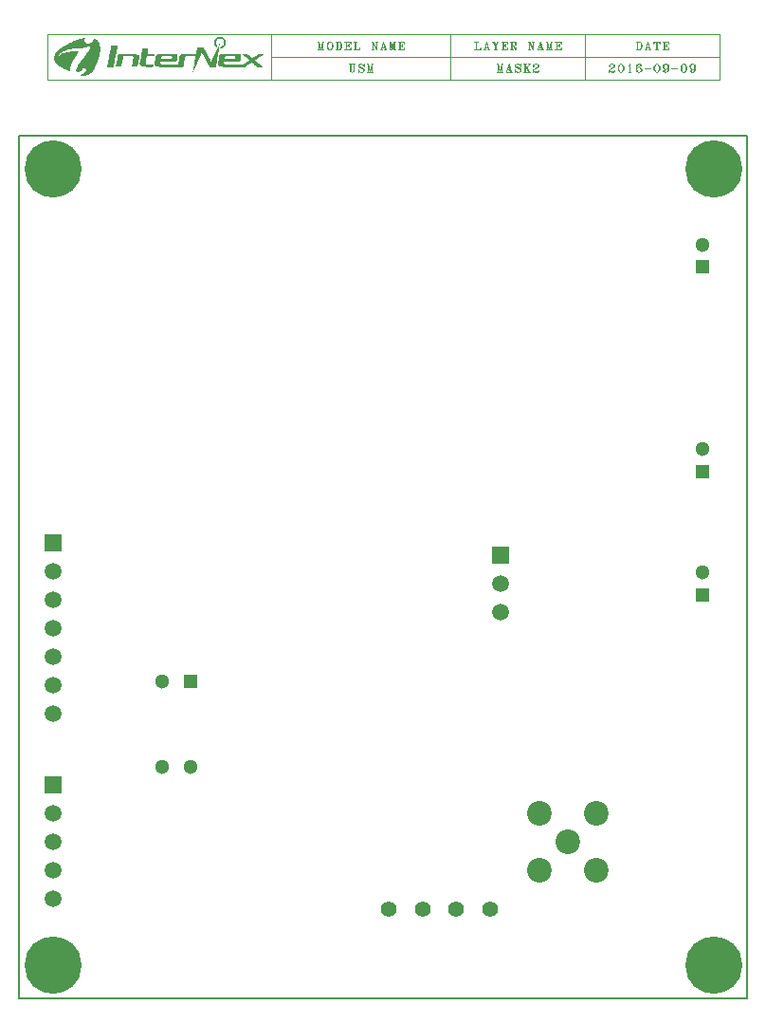
<source format=gbr>
%MOMM*%
%FSLAX33Y33*%
%ADD10C,0.200000*%
%ADD129C,0.080000*%
%ADD131C,5.100000*%
%ADD132C,1.500000*%
%ADD133R,1.500000X1.500000*%
%ADD144C,1.300000*%
%ADD145R,1.300000X1.300000*%
%ADD159C,1.400000*%
%ADD168C,2.200000*%
G90*G71*G01*D02*G54D10*X000000Y000000D02*X065000Y000000D01*X065000Y077000D01*
X000000Y077000D01*X000000Y000000D01*D02*G54D129*X022500Y086000D02*
X002500Y086000D01*X002500Y082000D01*X022500Y082000D01*X022500Y084000D02*
X062500Y084000D01*X038500Y086000D02*X038500Y082000D01*X022500Y086000D02*
X062500Y086000D01*X062500Y082000D02*X022500Y082000D01*X022500Y086000D02*
X022500Y082000D01*X062500Y086000D02*X062500Y082000D01*X050500Y086000D02*
X050500Y082000D01*X052676Y083255D02*X052676Y083218D01*X052713Y083218D01*
X052713Y083255D01*X052676Y083255D01*X052676Y083291D02*X052713Y083291D01*
X052749Y083255D01*X052749Y083218D01*X052713Y083182D01*X052676Y083182D01*
X052640Y083218D01*X052640Y083255D01*X052676Y083327D01*X052713Y083364D01*
X052822Y083388D01*X052973Y083388D01*X053082Y083364D01*X053118Y083327D01*
X053160Y083255D01*X053160Y083182D01*X053118Y083121D01*X053009Y083048D01*
X052822Y082976D01*X052749Y082939D01*X052676Y082867D01*X052640Y082770D01*
X052640Y082661D01*X053082Y083327D02*X053118Y083255D01*X053118Y083182D01*
X053082Y083121D01*X052973Y083388D02*X053046Y083364D01*X053082Y083255D01*
X053082Y083182D01*X053046Y083121D01*X052973Y083048D01*X052822Y082976D01*
X052640Y082733D02*X052676Y082770D01*X052749Y082770D01*X052931Y082733D01*
X053082Y082733D01*X053160Y082770D01*X052749Y082770D02*X052931Y082697D01*
X053082Y082697D01*X053118Y082733D01*X052749Y082770D02*X052931Y082661D01*
X053082Y082661D01*X053118Y082697D01*X053160Y082770D01*X053160Y082830D01*
X053658Y083388D02*X053549Y083364D01*X053476Y083255D01*X053440Y083085D01*
X053440Y082976D01*X053476Y082806D01*X053549Y082697D01*X053658Y082661D01*
X053736Y082661D01*X053846Y082697D01*X053918Y082806D01*X053960Y082976D01*
X053960Y083085D01*X053918Y083255D01*X053846Y083364D01*X053736Y083388D01*
X053658Y083388D01*X053549Y083327D02*X053513Y083255D01*X053476Y083121D01*
X053476Y082939D01*X053513Y082806D01*X053549Y082733D01*X053846Y082733D02*
X053882Y082806D01*X053918Y082939D01*X053918Y083121D01*X053882Y083255D01*
X053846Y083327D01*X053658Y083388D02*X053586Y083364D01*X053549Y083291D01*
X053513Y083121D01*X053513Y082939D01*X053549Y082770D01*X053586Y082697D01*
X053658Y082661D01*X053736Y082661D02*X053809Y082697D01*X053846Y082770D01*
X053882Y082939D01*X053882Y083121D01*X053846Y083291D01*X053809Y083364D01*
X053736Y083388D01*X054474Y083327D02*X054474Y082661D01*X054495Y083327D02*
X054495Y082697D01*X054510Y083388D02*X054510Y082661D01*X054510Y083388D02*
X054458Y083291D01*X054427Y083255D01*X054412Y082661D02*X054578Y082661D01*
X054474Y082697D02*X054443Y082661D01*X054474Y082733D02*X054458Y082661D01*
X054510Y082733D02*X054526Y082661D01*X054510Y082697D02*X054542Y082661D01*
X055446Y083291D02*X055446Y083255D01*X055482Y083255D01*X055482Y083291D01*
X055446Y083291D01*X055482Y083327D02*X055446Y083327D01*X055409Y083291D01*
X055409Y083255D01*X055446Y083218D01*X055482Y083218D01*X055518Y083255D01*
X055518Y083291D01*X055482Y083364D01*X055409Y083388D01*X055300Y083388D01*
X055186Y083364D01*X055113Y083291D01*X055076Y083218D01*X055040Y083085D01*
X055040Y082867D01*X055076Y082770D01*X055149Y082697D01*X055258Y082661D01*
X055336Y082661D01*X055446Y082697D01*X055518Y082770D01*X055560Y082867D01*
X055560Y082903D01*X055518Y083012D01*X055446Y083085D01*X055336Y083121D01*
X055258Y083121D01*X055186Y083085D01*X055149Y083048D01*X055113Y082976D01*
X055149Y083291D02*X055113Y083218D01*X055076Y083085D01*X055076Y082867D01*
X055113Y082770D01*X055149Y082733D01*X055482Y082770D02*X055518Y082830D01*
X055518Y082939D01*X055482Y083012D01*X055300Y083388D02*X055222Y083364D01*
X055186Y083327D01*X055149Y083255D01*X055113Y083121D01*X055113Y082867D01*
X055149Y082770D01*X055186Y082697D01*X055258Y082661D01*X055336Y082661D02*
X055409Y082697D01*X055446Y082733D01*X055482Y082830D01*X055482Y082939D01*
X055446Y083048D01*X055409Y083085D01*X055336Y083121D01*X055840Y083012D02*
X056360Y083012D01*X056360Y082976D01*X055840Y083012D02*X055840Y082976D01*
X056360Y082976D01*X056858Y083388D02*X056749Y083364D01*X056676Y083255D01*
X056640Y083085D01*X056640Y082976D01*X056676Y082806D01*X056749Y082697D01*
X056858Y082661D01*X056936Y082661D01*X057046Y082697D01*X057118Y082806D01*
X057160Y082976D01*X057160Y083085D01*X057118Y083255D01*X057046Y083364D01*
X056936Y083388D01*X056858Y083388D01*X056749Y083327D02*X056713Y083255D01*
X056676Y083121D01*X056676Y082939D01*X056713Y082806D01*X056749Y082733D01*
X057046Y082733D02*X057082Y082806D01*X057118Y082939D01*X057118Y083121D01*
X057082Y083255D01*X057046Y083327D01*X056858Y083388D02*X056786Y083364D01*
X056749Y083291D01*X056713Y083121D01*X056713Y082939D01*X056749Y082770D01*
X056786Y082697D01*X056858Y082661D01*X056936Y082661D02*X057009Y082697D01*
X057046Y082770D01*X057082Y082939D01*X057082Y083121D01*X057046Y083291D01*
X057009Y083364D01*X056936Y083388D01*X057513Y082806D02*X057513Y082770D01*
X057549Y082770D01*X057549Y082806D01*X057513Y082806D01*X057882Y083085D02*
X057846Y083012D01*X057809Y082976D01*X057736Y082939D01*X057658Y082939D01*
X057549Y082976D01*X057476Y083048D01*X057440Y083145D01*X057440Y083182D01*
X057476Y083291D01*X057549Y083364D01*X057658Y083388D01*X057736Y083388D01*
X057846Y083364D01*X057918Y083291D01*X057960Y083182D01*X057960Y082976D01*
X057918Y082830D01*X057882Y082770D01*X057809Y082697D01*X057695Y082661D01*
X057586Y082661D01*X057513Y082697D01*X057476Y082770D01*X057476Y082806D01*
X057513Y082830D01*X057549Y082830D01*X057586Y082806D01*X057586Y082770D01*
X057549Y082733D01*X057513Y082733D01*X057513Y083048D02*X057476Y083121D01*
X057476Y083218D01*X057513Y083291D01*X057846Y083327D02*X057882Y083291D01*
X057918Y083182D01*X057918Y082976D01*X057882Y082830D01*X057846Y082770D01*
X057658Y082939D02*X057586Y082976D01*X057549Y083012D01*X057513Y083121D01*
X057513Y083218D01*X057549Y083327D01*X057586Y083364D01*X057658Y083388D01*
X057736Y083388D02*X057809Y083364D01*X057846Y083291D01*X057882Y083182D01*
X057882Y082939D01*X057846Y082806D01*X057809Y082733D01*X057773Y082697D01*
X057695Y082661D01*X058240Y083012D02*X058760Y083012D01*X058760Y082976D01*
X058240Y083012D02*X058240Y082976D01*X058760Y082976D01*X059258Y083388D02*
X059149Y083364D01*X059076Y083255D01*X059040Y083085D01*X059040Y082976D01*
X059076Y082806D01*X059149Y082697D01*X059258Y082661D01*X059336Y082661D01*
X059446Y082697D01*X059518Y082806D01*X059560Y082976D01*X059560Y083085D01*
X059518Y083255D01*X059446Y083364D01*X059336Y083388D01*X059258Y083388D01*
X059149Y083327D02*X059113Y083255D01*X059076Y083121D01*X059076Y082939D01*
X059113Y082806D01*X059149Y082733D01*X059446Y082733D02*X059482Y082806D01*
X059518Y082939D01*X059518Y083121D01*X059482Y083255D01*X059446Y083327D01*
X059258Y083388D02*X059186Y083364D01*X059149Y083291D01*X059113Y083121D01*
X059113Y082939D01*X059149Y082770D01*X059186Y082697D01*X059258Y082661D01*
X059336Y082661D02*X059409Y082697D01*X059446Y082770D01*X059482Y082939D01*
X059482Y083121D01*X059446Y083291D01*X059409Y083364D01*X059336Y083388D01*
X059913Y082806D02*X059913Y082770D01*X059949Y082770D01*X059949Y082806D01*
X059913Y082806D01*X060282Y083085D02*X060246Y083012D01*X060209Y082976D01*
X060136Y082939D01*X060058Y082939D01*X059949Y082976D01*X059876Y083048D01*
X059840Y083145D01*X059840Y083182D01*X059876Y083291D01*X059949Y083364D01*
X060058Y083388D01*X060136Y083388D01*X060246Y083364D01*X060318Y083291D01*
X060360Y083182D01*X060360Y082976D01*X060318Y082830D01*X060282Y082770D01*
X060209Y082697D01*X060095Y082661D01*X059986Y082661D01*X059913Y082697D01*
X059876Y082770D01*X059876Y082806D01*X059913Y082830D01*X059949Y082830D01*
X059986Y082806D01*X059986Y082770D01*X059949Y082733D01*X059913Y082733D01*
X059913Y083048D02*X059876Y083121D01*X059876Y083218D01*X059913Y083291D01*
X060246Y083327D02*X060282Y083291D01*X060318Y083182D01*X060318Y082976D01*
X060282Y082830D01*X060246Y082770D01*X060058Y082939D02*X059986Y082976D01*
X059949Y083012D01*X059913Y083121D01*X059913Y083218D01*X059949Y083327D01*
X059986Y083364D01*X060058Y083388D01*X060136Y083388D02*X060209Y083364D01*
X060246Y083291D01*X060282Y083182D01*X060282Y082939D01*X060246Y082806D01*
X060209Y082733D01*X060173Y082697D01*X060095Y082661D01*X055128Y085388D02*
X055128Y084661D01*X055160Y085364D02*X055160Y084697D01*X055191Y085388D02*
X055191Y084661D01*X055040Y085388D02*X055342Y085388D01*X055435Y085364D01*
X055498Y085291D01*X055529Y085218D01*X055560Y085121D01*X055560Y084939D01*
X055529Y084830D01*X055498Y084770D01*X055435Y084697D01*X055342Y084661D01*
X055040Y084661D01*X055466Y085291D02*X055498Y085218D01*X055529Y085121D01*
X055529Y084939D01*X055498Y084830D01*X055466Y084770D01*X055342Y085388D02*
X055404Y085364D01*X055466Y085255D01*X055498Y085121D01*X055498Y084939D01*
X055466Y084806D01*X055404Y084697D01*X055342Y084661D01*X055066Y085388D02*
X055128Y085364D01*X055097Y085388D02*X055128Y085327D01*X055222Y085388D02*
X055191Y085327D01*X055253Y085388D02*X055191Y085364D01*X055128Y084697D02*
X055066Y084661D01*X055128Y084733D02*X055097Y084661D01*X055191Y084733D02*
X055222Y084661D01*X055191Y084697D02*X055253Y084661D01*X056100Y085388D02*
X055897Y084697D01*X056069Y085291D02*X056240Y084661D01*X056100Y085291D02*
X056272Y084661D01*X056100Y085388D02*X056298Y084661D01*X055954Y084867D02*
X056214Y084867D01*X055840Y084661D02*X056012Y084661D01*X056157Y084661D02*
X056360Y084661D01*X055897Y084697D02*X055866Y084661D01*X055897Y084697D02*
X055954Y084661D01*X056240Y084697D02*X056183Y084661D01*X056240Y084733D02*
X056214Y084661D01*X056272Y084733D02*X056329Y084661D01*X056640Y085388D02*
X056640Y085182D01*X056864Y085388D02*X056864Y084661D01*X056900Y085364D02*
X056900Y084697D01*X056931Y085388D02*X056931Y084661D01*X057160Y085388D02*
X057160Y085182D01*X056640Y085388D02*X057160Y085388D01*X056770Y084661D02*
X057025Y084661D01*X056671Y085388D02*X056640Y085182D01*X056702Y085388D02*
X056640Y085291D01*X056734Y085388D02*X056640Y085327D01*X056801Y085388D02*
X056640Y085364D01*X056994Y085388D02*X057160Y085364D01*X057061Y085388D02*
X057160Y085327D01*X057092Y085388D02*X057160Y085291D01*X057124Y085388D02*
X057160Y085182D01*X056864Y084697D02*X056801Y084661D01*X056864Y084733D02*
X056832Y084661D01*X056931Y084733D02*X056962Y084661D01*X056931Y084697D02*
X056994Y084661D01*X057534Y085388D02*X057534Y084661D01*X057565Y085364D02*
X057565Y084697D01*X057601Y085388D02*X057601Y084661D01*X057440Y085388D02*
X057960Y085388D01*X057960Y085182D01*X057601Y085048D02*X057794Y085048D01*
X057794Y085182D02*X057794Y084903D01*X057440Y084661D02*X057960Y084661D01*
X057960Y084867D01*X057471Y085388D02*X057534Y085364D01*X057502Y085388D02*
X057534Y085327D01*X057632Y085388D02*X057601Y085327D01*X057664Y085388D02*
X057601Y085364D01*X057794Y085388D02*X057960Y085364D01*X057861Y085388D02*
X057960Y085327D01*X057892Y085388D02*X057960Y085291D01*X057924Y085388D02*
X057960Y085182D01*X057794Y085182D02*X057762Y085048D01*X057794Y084903D01*
X057794Y085121D02*X057731Y085048D01*X057794Y084976D01*X057794Y085085D02*
X057664Y085048D01*X057794Y085012D01*X057534Y084697D02*X057471Y084661D01*
X057534Y084733D02*X057502Y084661D01*X057601Y084733D02*X057632Y084661D01*
X057601Y084697D02*X057664Y084661D01*X057794Y084661D02*X057960Y084697D01*
X057861Y084661D02*X057960Y084733D01*X057892Y084661D02*X057960Y084770D01*
X057924Y084661D02*X057960Y084867D01*X040744Y085388D02*X040744Y084661D01*
X040775Y085364D02*X040775Y084697D01*X040812Y085388D02*X040812Y084661D01*
X040640Y085388D02*X040916Y085388D01*X040640Y084661D02*X041160Y084661D01*
X041160Y084867D01*X040671Y085388D02*X040744Y085364D01*X040708Y085388D02*
X040744Y085327D01*X040848Y085388D02*X040812Y085327D01*X040879Y085388D02*
X040812Y085364D01*X040744Y084697D02*X040671Y084661D01*X040744Y084733D02*
X040708Y084661D01*X040812Y084733D02*X040848Y084661D01*X040812Y084697D02*
X040879Y084661D01*X040983Y084661D02*X041160Y084697D01*X041051Y084661D02*
X041160Y084733D01*X041087Y084661D02*X041160Y084770D01*X041124Y084661D02*
X041160Y084867D01*X041700Y085388D02*X041497Y084697D01*X041669Y085291D02*
X041840Y084661D01*X041700Y085291D02*X041872Y084661D01*X041700Y085388D02*
X041898Y084661D01*X041554Y084867D02*X041814Y084867D01*X041440Y084661D02*
X041612Y084661D01*X041757Y084661D02*X041960Y084661D01*X041497Y084697D02*
X041466Y084661D01*X041497Y084697D02*X041554Y084661D01*X041840Y084697D02*
X041783Y084661D01*X041840Y084733D02*X041814Y084661D01*X041872Y084733D02*
X041929Y084661D01*X042292Y085388D02*X042469Y085012D01*X042469Y084661D01*
X042318Y085388D02*X042495Y085012D01*X042495Y084697D01*X042339Y085388D02*
X042526Y085012D01*X042526Y084661D01*X042677Y085364D02*X042526Y085012D01*
X042240Y085388D02*X042422Y085388D01*X042599Y085388D02*X042760Y085388D01*
X042396Y084661D02*X042599Y084661D01*X042266Y085388D02*X042318Y085364D01*
X042396Y085388D02*X042339Y085364D01*X042630Y085388D02*X042677Y085364D01*
X042729Y085388D02*X042677Y085364D01*X042469Y084697D02*X042422Y084661D01*
X042469Y084733D02*X042443Y084661D01*X042526Y084733D02*X042547Y084661D01*
X042526Y084697D02*X042573Y084661D01*X043134Y085388D02*X043134Y084661D01*
X043165Y085364D02*X043165Y084697D01*X043201Y085388D02*X043201Y084661D01*
X043040Y085388D02*X043560Y085388D01*X043560Y085182D01*X043201Y085048D02*
X043394Y085048D01*X043394Y085182D02*X043394Y084903D01*X043040Y084661D02*
X043560Y084661D01*X043560Y084867D01*X043071Y085388D02*X043134Y085364D01*
X043102Y085388D02*X043134Y085327D01*X043232Y085388D02*X043201Y085327D01*
X043264Y085388D02*X043201Y085364D01*X043394Y085388D02*X043560Y085364D01*
X043461Y085388D02*X043560Y085327D01*X043492Y085388D02*X043560Y085291D01*
X043524Y085388D02*X043560Y085182D01*X043394Y085182D02*X043362Y085048D01*
X043394Y084903D01*X043394Y085121D02*X043331Y085048D01*X043394Y084976D01*
X043394Y085085D02*X043264Y085048D01*X043394Y085012D01*X043134Y084697D02*
X043071Y084661D01*X043134Y084733D02*X043102Y084661D01*X043201Y084733D02*
X043232Y084661D01*X043201Y084697D02*X043264Y084661D01*X043394Y084661D02*
X043560Y084697D01*X043461Y084661D02*X043560Y084733D01*X043492Y084661D02*
X043560Y084770D01*X043524Y084661D02*X043560Y084867D01*X043923Y085388D02*
X043923Y084661D01*X043954Y085364D02*X043954Y084697D01*X043980Y085388D02*
X043980Y084661D01*X043840Y085388D02*X044183Y085388D01*X044272Y085364D01*
X044298Y085327D01*X044329Y085255D01*X044329Y085182D01*X044298Y085121D01*
X044272Y085085D01*X044183Y085048D01*X043980Y085048D01*X044272Y085327D02*
X044298Y085255D01*X044298Y085182D01*X044272Y085121D01*X044183Y085388D02*
X044240Y085364D01*X044272Y085291D01*X044272Y085145D01*X044240Y085085D01*
X044183Y085048D01*X044095Y085048D02*X044157Y085012D01*X044183Y084939D01*
X044240Y084733D01*X044272Y084661D01*X044329Y084661D01*X044360Y084733D01*
X044360Y084806D01*X044240Y084806D02*X044272Y084733D01*X044298Y084697D01*
X044329Y084697D01*X044157Y085012D02*X044183Y084976D01*X044272Y084770D01*
X044298Y084733D01*X044329Y084733D01*X044360Y084770D01*X043840Y084661D02*
X044069Y084661D01*X043866Y085388D02*X043923Y085364D01*X043897Y085388D02*
X043923Y085327D01*X044012Y085388D02*X043980Y085327D01*X044038Y085388D02*
X043980Y085364D01*X043923Y084697D02*X043866Y084661D01*X043923Y084733D02*
X043897Y084661D01*X043980Y084733D02*X044012Y084661D01*X043980Y084697D02*
X044038Y084661D01*X045513Y085388D02*X045513Y084697D01*X045513Y085388D02*
X045877Y084661D01*X045544Y085388D02*X045851Y084770D01*X045565Y085388D02*
X045877Y084770D01*X045877Y085364D02*X045877Y084661D01*X045440Y085388D02*
X045565Y085388D01*X045804Y085388D02*X045960Y085388D01*X045440Y084661D02*
X045591Y084661D01*X045461Y085388D02*X045513Y085364D01*X045830Y085388D02*
X045877Y085364D01*X045934Y085388D02*X045877Y085364D01*X045513Y084697D02*
X045461Y084661D01*X045513Y084697D02*X045565Y084661D01*X046500Y085388D02*
X046297Y084697D01*X046469Y085291D02*X046640Y084661D01*X046500Y085291D02*
X046672Y084661D01*X046500Y085388D02*X046698Y084661D01*X046354Y084867D02*
X046614Y084867D01*X046240Y084661D02*X046412Y084661D01*X046557Y084661D02*
X046760Y084661D01*X046297Y084697D02*X046266Y084661D01*X046297Y084697D02*
X046354Y084661D01*X046640Y084697D02*X046583Y084661D01*X046640Y084733D02*
X046614Y084661D01*X046672Y084733D02*X046729Y084661D01*X047108Y085388D02*
X047108Y084697D01*X047108Y085388D02*X047274Y084661D01*X047134Y085388D02*
X047274Y084770D01*X047154Y085388D02*X047295Y084770D01*X047440Y085388D02*
X047274Y084661D01*X047440Y085388D02*X047440Y084661D01*X047461Y085364D02*
X047461Y084697D01*X047487Y085388D02*X047487Y084661D01*X047040Y085388D02*
X047154Y085388D01*X047440Y085388D02*X047560Y085388D01*X047040Y084661D02*
X047180Y084661D01*X047368Y084661D02*X047560Y084661D01*X047061Y085388D02*
X047108Y085364D01*X047508Y085388D02*X047487Y085327D01*X047534Y085388D02*
X047487Y085364D01*X047108Y084697D02*X047061Y084661D01*X047108Y084697D02*
X047154Y084661D01*X047440Y084697D02*X047394Y084661D01*X047440Y084733D02*
X047414Y084661D01*X047487Y084733D02*X047508Y084661D01*X047487Y084697D02*
X047534Y084661D01*X047934Y085388D02*X047934Y084661D01*X047965Y085364D02*
X047965Y084697D01*X048001Y085388D02*X048001Y084661D01*X047840Y085388D02*
X048360Y085388D01*X048360Y085182D01*X048001Y085048D02*X048194Y085048D01*
X048194Y085182D02*X048194Y084903D01*X047840Y084661D02*X048360Y084661D01*
X048360Y084867D01*X047871Y085388D02*X047934Y085364D01*X047902Y085388D02*
X047934Y085327D01*X048032Y085388D02*X048001Y085327D01*X048064Y085388D02*
X048001Y085364D01*X048194Y085388D02*X048360Y085364D01*X048261Y085388D02*
X048360Y085327D01*X048292Y085388D02*X048360Y085291D01*X048324Y085388D02*
X048360Y085182D01*X048194Y085182D02*X048162Y085048D01*X048194Y084903D01*
X048194Y085121D02*X048131Y085048D01*X048194Y084976D01*X048194Y085085D02*
X048064Y085048D01*X048194Y085012D01*X047934Y084697D02*X047871Y084661D01*
X047934Y084733D02*X047902Y084661D01*X048001Y084733D02*X048032Y084661D01*
X048001Y084697D02*X048064Y084661D01*X048194Y084661D02*X048360Y084697D01*
X048261Y084661D02*X048360Y084733D01*X048292Y084661D02*X048360Y084770D01*
X048324Y084661D02*X048360Y084867D01*X026708Y085388D02*X026708Y084697D01*
X026708Y085388D02*X026874Y084661D01*X026734Y085388D02*X026874Y084770D01*
X026754Y085388D02*X026895Y084770D01*X027040Y085388D02*X026874Y084661D01*
X027040Y085388D02*X027040Y084661D01*X027061Y085364D02*X027061Y084697D01*
X027087Y085388D02*X027087Y084661D01*X026640Y085388D02*X026754Y085388D01*
X027040Y085388D02*X027160Y085388D01*X026640Y084661D02*X026780Y084661D01*
X026968Y084661D02*X027160Y084661D01*X026661Y085388D02*X026708Y085364D01*
X027108Y085388D02*X027087Y085327D01*X027134Y085388D02*X027087Y085364D01*
X026708Y084697D02*X026661Y084661D01*X026708Y084697D02*X026754Y084661D01*
X027040Y084697D02*X026994Y084661D01*X027040Y084733D02*X027014Y084661D01*
X027087Y084733D02*X027108Y084661D01*X027087Y084697D02*X027134Y084661D01*
X027664Y085388D02*X027570Y085364D01*X027502Y085291D01*X027471Y085218D01*
X027440Y085085D01*X027440Y084976D01*X027471Y084830D01*X027502Y084770D01*
X027570Y084697D01*X027664Y084661D01*X027731Y084661D01*X027830Y084697D01*
X027892Y084770D01*X027924Y084830D01*X027960Y084976D01*X027960Y085085D01*
X027924Y085218D01*X027892Y085291D01*X027830Y085364D01*X027731Y085388D01*
X027664Y085388D01*X027534Y085291D02*X027502Y085218D01*X027471Y085121D01*
X027471Y084939D01*X027502Y084830D01*X027534Y084770D01*X027861Y084770D02*
X027892Y084830D01*X027924Y084939D01*X027924Y085121D01*X027892Y085218D01*
X027861Y085291D01*X027664Y085388D02*X027601Y085364D01*X027534Y085255D01*
X027502Y085121D01*X027502Y084939D01*X027534Y084806D01*X027601Y084697D01*
X027664Y084661D01*X027731Y084661D02*X027794Y084697D01*X027861Y084806D01*
X027892Y084939D01*X027892Y085121D01*X027861Y085255D01*X027794Y085364D01*
X027731Y085388D01*X028328Y085388D02*X028328Y084661D01*X028360Y085364D02*
X028360Y084697D01*X028391Y085388D02*X028391Y084661D01*X028240Y085388D02*
X028542Y085388D01*X028635Y085364D01*X028698Y085291D01*X028729Y085218D01*
X028760Y085121D01*X028760Y084939D01*X028729Y084830D01*X028698Y084770D01*
X028635Y084697D01*X028542Y084661D01*X028240Y084661D01*X028666Y085291D02*
X028698Y085218D01*X028729Y085121D01*X028729Y084939D01*X028698Y084830D01*
X028666Y084770D01*X028542Y085388D02*X028604Y085364D01*X028666Y085255D01*
X028698Y085121D01*X028698Y084939D01*X028666Y084806D01*X028604Y084697D01*
X028542Y084661D01*X028266Y085388D02*X028328Y085364D01*X028297Y085388D02*
X028328Y085327D01*X028422Y085388D02*X028391Y085327D01*X028453Y085388D02*
X028391Y085364D01*X028328Y084697D02*X028266Y084661D01*X028328Y084733D02*
X028297Y084661D01*X028391Y084733D02*X028422Y084661D01*X028391Y084697D02*
X028453Y084661D01*X029134Y085388D02*X029134Y084661D01*X029165Y085364D02*
X029165Y084697D01*X029201Y085388D02*X029201Y084661D01*X029040Y085388D02*
X029560Y085388D01*X029560Y085182D01*X029201Y085048D02*X029394Y085048D01*
X029394Y085182D02*X029394Y084903D01*X029040Y084661D02*X029560Y084661D01*
X029560Y084867D01*X029071Y085388D02*X029134Y085364D01*X029102Y085388D02*
X029134Y085327D01*X029232Y085388D02*X029201Y085327D01*X029264Y085388D02*
X029201Y085364D01*X029394Y085388D02*X029560Y085364D01*X029461Y085388D02*
X029560Y085327D01*X029492Y085388D02*X029560Y085291D01*X029524Y085388D02*
X029560Y085182D01*X029394Y085182D02*X029362Y085048D01*X029394Y084903D01*
X029394Y085121D02*X029331Y085048D01*X029394Y084976D01*X029394Y085085D02*
X029264Y085048D01*X029394Y085012D01*X029134Y084697D02*X029071Y084661D01*
X029134Y084733D02*X029102Y084661D01*X029201Y084733D02*X029232Y084661D01*
X029201Y084697D02*X029264Y084661D01*X029394Y084661D02*X029560Y084697D01*
X029461Y084661D02*X029560Y084733D01*X029492Y084661D02*X029560Y084770D01*
X029524Y084661D02*X029560Y084867D01*X029944Y085388D02*X029944Y084661D01*
X029975Y085364D02*X029975Y084697D01*X030012Y085388D02*X030012Y084661D01*
X029840Y085388D02*X030116Y085388D01*X029840Y084661D02*X030360Y084661D01*
X030360Y084867D01*X029871Y085388D02*X029944Y085364D01*X029908Y085388D02*
X029944Y085327D01*X030048Y085388D02*X030012Y085327D01*X030079Y085388D02*
X030012Y085364D01*X029944Y084697D02*X029871Y084661D01*X029944Y084733D02*
X029908Y084661D01*X030012Y084733D02*X030048Y084661D01*X030012Y084697D02*
X030079Y084661D01*X030183Y084661D02*X030360Y084697D01*X030251Y084661D02*
X030360Y084733D01*X030287Y084661D02*X030360Y084770D01*X030324Y084661D02*
X030360Y084867D01*X031513Y085388D02*X031513Y084697D01*X031513Y085388D02*
X031877Y084661D01*X031544Y085388D02*X031851Y084770D01*X031565Y085388D02*
X031877Y084770D01*X031877Y085364D02*X031877Y084661D01*X031440Y085388D02*
X031565Y085388D01*X031804Y085388D02*X031960Y085388D01*X031440Y084661D02*
X031591Y084661D01*X031461Y085388D02*X031513Y085364D01*X031830Y085388D02*
X031877Y085364D01*X031934Y085388D02*X031877Y085364D01*X031513Y084697D02*
X031461Y084661D01*X031513Y084697D02*X031565Y084661D01*X032500Y085388D02*
X032297Y084697D01*X032469Y085291D02*X032640Y084661D01*X032500Y085291D02*
X032672Y084661D01*X032500Y085388D02*X032698Y084661D01*X032354Y084867D02*
X032614Y084867D01*X032240Y084661D02*X032412Y084661D01*X032557Y084661D02*
X032760Y084661D01*X032297Y084697D02*X032266Y084661D01*X032297Y084697D02*
X032354Y084661D01*X032640Y084697D02*X032583Y084661D01*X032640Y084733D02*
X032614Y084661D01*X032672Y084733D02*X032729Y084661D01*X033108Y085388D02*
X033108Y084697D01*X033108Y085388D02*X033274Y084661D01*X033134Y085388D02*
X033274Y084770D01*X033154Y085388D02*X033295Y084770D01*X033440Y085388D02*
X033274Y084661D01*X033440Y085388D02*X033440Y084661D01*X033461Y085364D02*
X033461Y084697D01*X033487Y085388D02*X033487Y084661D01*X033040Y085388D02*
X033154Y085388D01*X033440Y085388D02*X033560Y085388D01*X033040Y084661D02*
X033180Y084661D01*X033368Y084661D02*X033560Y084661D01*X033061Y085388D02*
X033108Y085364D01*X033508Y085388D02*X033487Y085327D01*X033534Y085388D02*
X033487Y085364D01*X033108Y084697D02*X033061Y084661D01*X033108Y084697D02*
X033154Y084661D01*X033440Y084697D02*X033394Y084661D01*X033440Y084733D02*
X033414Y084661D01*X033487Y084733D02*X033508Y084661D01*X033487Y084697D02*
X033534Y084661D01*X033934Y085388D02*X033934Y084661D01*X033965Y085364D02*
X033965Y084697D01*X034001Y085388D02*X034001Y084661D01*X033840Y085388D02*
X034360Y085388D01*X034360Y085182D01*X034001Y085048D02*X034194Y085048D01*
X034194Y085182D02*X034194Y084903D01*X033840Y084661D02*X034360Y084661D01*
X034360Y084867D01*X033871Y085388D02*X033934Y085364D01*X033902Y085388D02*
X033934Y085327D01*X034032Y085388D02*X034001Y085327D01*X034064Y085388D02*
X034001Y085364D01*X034194Y085388D02*X034360Y085364D01*X034261Y085388D02*
X034360Y085327D01*X034292Y085388D02*X034360Y085291D01*X034324Y085388D02*
X034360Y085182D01*X034194Y085182D02*X034162Y085048D01*X034194Y084903D01*
X034194Y085121D02*X034131Y085048D01*X034194Y084976D01*X034194Y085085D02*
X034064Y085048D01*X034194Y085012D01*X033934Y084697D02*X033871Y084661D01*
X033934Y084733D02*X033902Y084661D01*X034001Y084733D02*X034032Y084661D01*
X034001Y084697D02*X034064Y084661D01*X034194Y084661D02*X034360Y084697D01*
X034261Y084661D02*X034360Y084733D01*X034292Y084661D02*X034360Y084770D01*
X034324Y084661D02*X034360Y084867D01*X029513Y083388D02*X029513Y082867D01*
X029539Y082770D01*X029591Y082697D01*X029674Y082661D01*X029721Y082661D01*
X029804Y082697D01*X029851Y082770D01*X029877Y082867D01*X029877Y083364D01*
X029539Y083364D02*X029539Y082830D01*X029570Y082770D01*X029570Y083388D02*
X029570Y082830D01*X029591Y082733D01*X029617Y082697D01*X029674Y082661D01*
X029440Y083388D02*X029643Y083388D01*X029804Y083388D02*X029960Y083388D01*
X029461Y083388D02*X029513Y083364D01*X029487Y083388D02*X029513Y083327D01*
X029591Y083388D02*X029570Y083327D01*X029617Y083388D02*X029570Y083364D01*
X029825Y083388D02*X029877Y083364D01*X029934Y083388D02*X029877Y083364D01*
X030718Y083291D02*X030760Y083388D01*X030760Y083182D01*X030718Y083291D01*
X030646Y083364D01*X030531Y083388D01*X030422Y083388D01*X030313Y083364D01*
X030240Y083291D01*X030240Y083182D01*X030276Y083121D01*X030386Y083048D01*
X030609Y082976D01*X030682Y082939D01*X030718Y082867D01*X030718Y082770D01*
X030682Y082697D01*X030276Y083182D02*X030313Y083121D01*X030386Y083085D01*
X030609Y083012D01*X030682Y082976D01*X030718Y082903D01*X030313Y083364D02*
X030276Y083291D01*X030276Y083218D01*X030313Y083145D01*X030386Y083121D01*
X030609Y083048D01*X030718Y082976D01*X030760Y082903D01*X030760Y082806D01*
X030718Y082733D01*X030682Y082697D01*X030573Y082661D01*X030458Y082661D01*
X030349Y082697D01*X030276Y082770D01*X030240Y082867D01*X030240Y082661D01*
X030276Y082770D01*X031108Y083388D02*X031108Y082697D01*X031108Y083388D02*
X031274Y082661D01*X031134Y083388D02*X031274Y082770D01*X031154Y083388D02*
X031295Y082770D01*X031440Y083388D02*X031274Y082661D01*X031440Y083388D02*
X031440Y082661D01*X031461Y083364D02*X031461Y082697D01*X031487Y083388D02*
X031487Y082661D01*X031040Y083388D02*X031154Y083388D01*X031440Y083388D02*
X031560Y083388D01*X031040Y082661D02*X031180Y082661D01*X031368Y082661D02*
X031560Y082661D01*X031061Y083388D02*X031108Y083364D01*X031508Y083388D02*
X031487Y083327D01*X031534Y083388D02*X031487Y083364D01*X031108Y082697D02*
X031061Y082661D01*X031108Y082697D02*X031154Y082661D01*X031440Y082697D02*
X031394Y082661D01*X031440Y082733D02*X031414Y082661D01*X031487Y082733D02*
X031508Y082661D01*X031487Y082697D02*X031534Y082661D01*X042708Y083388D02*
X042708Y082697D01*X042708Y083388D02*X042874Y082661D01*X042734Y083388D02*
X042874Y082770D01*X042754Y083388D02*X042895Y082770D01*X043040Y083388D02*
X042874Y082661D01*X043040Y083388D02*X043040Y082661D01*X043061Y083364D02*
X043061Y082697D01*X043087Y083388D02*X043087Y082661D01*X042640Y083388D02*
X042754Y083388D01*X043040Y083388D02*X043160Y083388D01*X042640Y082661D02*
X042780Y082661D01*X042968Y082661D02*X043160Y082661D01*X042661Y083388D02*
X042708Y083364D01*X043108Y083388D02*X043087Y083327D01*X043134Y083388D02*
X043087Y083364D01*X042708Y082697D02*X042661Y082661D01*X042708Y082697D02*
X042754Y082661D01*X043040Y082697D02*X042994Y082661D01*X043040Y082733D02*
X043014Y082661D01*X043087Y082733D02*X043108Y082661D01*X043087Y082697D02*
X043134Y082661D01*X043700Y083388D02*X043497Y082697D01*X043669Y083291D02*
X043840Y082661D01*X043700Y083291D02*X043872Y082661D01*X043700Y083388D02*
X043898Y082661D01*X043554Y082867D02*X043814Y082867D01*X043440Y082661D02*
X043612Y082661D01*X043757Y082661D02*X043960Y082661D01*X043497Y082697D02*
X043466Y082661D01*X043497Y082697D02*X043554Y082661D01*X043840Y082697D02*
X043783Y082661D01*X043840Y082733D02*X043814Y082661D01*X043872Y082733D02*
X043929Y082661D01*X044718Y083291D02*X044760Y083388D01*X044760Y083182D01*
X044718Y083291D01*X044646Y083364D01*X044531Y083388D01*X044422Y083388D01*
X044313Y083364D01*X044240Y083291D01*X044240Y083182D01*X044276Y083121D01*
X044386Y083048D01*X044609Y082976D01*X044682Y082939D01*X044718Y082867D01*
X044718Y082770D01*X044682Y082697D01*X044276Y083182D02*X044313Y083121D01*
X044386Y083085D01*X044609Y083012D01*X044682Y082976D01*X044718Y082903D01*
X044313Y083364D02*X044276Y083291D01*X044276Y083218D01*X044313Y083145D01*
X044386Y083121D01*X044609Y083048D01*X044718Y082976D01*X044760Y082903D01*
X044760Y082806D01*X044718Y082733D01*X044682Y082697D01*X044573Y082661D01*
X044458Y082661D01*X044349Y082697D01*X044276Y082770D01*X044240Y082867D01*
X044240Y082661D01*X044276Y082770D01*X045118Y083388D02*X045118Y082661D01*
X045149Y083364D02*X045149Y082697D01*X045175Y083388D02*X045175Y082661D01*
X045477Y083364D02*X045175Y082976D01*X045258Y083048D02*X045446Y082661D01*
X045284Y083048D02*X045477Y082661D01*X045284Y083121D02*X045503Y082661D01*
X045040Y083388D02*X045258Y083388D01*X045394Y083388D02*X045560Y083388D01*
X045040Y082661D02*X045258Y082661D01*X045368Y082661D02*X045560Y082661D01*
X045066Y083388D02*X045118Y083364D01*X045092Y083388D02*X045118Y083327D01*
X045201Y083388D02*X045175Y083327D01*X045227Y083388D02*X045175Y083364D01*
X045446Y083388D02*X045477Y083364D01*X045529Y083388D02*X045477Y083364D01*
X045118Y082697D02*X045066Y082661D01*X045118Y082733D02*X045092Y082661D01*
X045175Y082733D02*X045201Y082661D01*X045175Y082697D02*X045227Y082661D01*
X045446Y082733D02*X045394Y082661D01*X045446Y082733D02*X045529Y082661D01*
X045876Y083255D02*X045876Y083218D01*X045913Y083218D01*X045913Y083255D01*
X045876Y083255D01*X045876Y083291D02*X045913Y083291D01*X045949Y083255D01*
X045949Y083218D01*X045913Y083182D01*X045876Y083182D01*X045840Y083218D01*
X045840Y083255D01*X045876Y083327D01*X045913Y083364D01*X046022Y083388D01*
X046173Y083388D01*X046282Y083364D01*X046318Y083327D01*X046360Y083255D01*
X046360Y083182D01*X046318Y083121D01*X046209Y083048D01*X046022Y082976D01*
X045949Y082939D01*X045876Y082867D01*X045840Y082770D01*X045840Y082661D01*
X046282Y083327D02*X046318Y083255D01*X046318Y083182D01*X046282Y083121D01*
X046173Y083388D02*X046246Y083364D01*X046282Y083255D01*X046282Y083182D01*
X046246Y083121D01*X046173Y083048D01*X046022Y082976D01*X045840Y082733D02*
X045876Y082770D01*X045949Y082770D01*X046131Y082733D01*X046282Y082733D01*
X046360Y082770D01*X045949Y082770D02*X046131Y082697D01*X046282Y082697D01*
X046318Y082733D01*X045949Y082770D02*X046131Y082661D01*X046282Y082661D01*
X046318Y082697D01*X046360Y082770D01*X046360Y082830D01*X000000Y000000D02*D02*
G54D131*X003000Y003000D03*X062000Y003000D03*X003000Y074000D03*X062000Y074000D03*
D02*G54D132*X003000Y011460D03*X003000Y008920D03*X003000Y014000D03*
X003000Y016540D03*X003000Y027920D03*X003000Y025380D03*X003000Y033000D03*
X003000Y030460D03*X003000Y035540D03*X043000Y034460D03*X043000Y037000D03*
X003000Y038080D03*D02*G54D133*X003000Y019080D03*X003000Y040620D03*
X043000Y039540D03*D02*G54D144*X015270Y020690D03*X012730Y020690D03*
X012730Y028310D03*X061000Y038000D03*X061000Y049000D03*X061000Y067250D03*D02*
G54D145*X015270Y028310D03*X061000Y036000D03*X061000Y047000D03*X061000Y065250D03*
D02*G54D159*X033000Y008000D03*X036000Y008000D03*X039000Y008000D03*
X042000Y008000D03*D02*G54D168*X046460Y011460D03*X051540Y011460D03*
X049000Y014000D03*X046460Y016540D03*X051540Y016540D03*
G36*X019888Y084259D02*X019888Y084283D01*X020333Y084283D01*X020333Y084259D01*
X020357Y084259D01*X020357Y084234D01*X020407Y084234D01*X020407Y084209D01*
X020432Y084209D01*X020432Y084184D01*X020456Y084184D01*X020456Y084160D01*
X020481Y084160D01*X020481Y084135D01*X020506Y084135D01*X020506Y084110D01*
X020530Y084110D01*X020530Y084086D01*X020555Y084086D01*X020555Y084061D01*
X020580Y084061D01*X020580Y084036D01*X020604Y084036D01*X020604Y084012D01*
X020654Y084012D01*X020654Y083987D01*X020678Y083987D01*X020678Y083962D01*
X020703Y083962D01*X020703Y083938D01*X020728Y083938D01*X020728Y083913D01*
X020752Y083913D01*X020752Y083888D01*X020802Y083888D01*X020802Y083913D01*
X020851Y083913D01*X020851Y083938D01*X020901Y083938D01*X020901Y083962D01*
X020925Y083962D01*X020925Y083987D01*X020975Y083987D01*X020975Y084012D01*
X020999Y084012D01*X020999Y084036D01*X021049Y084036D01*X021049Y084061D01*
X021098Y084061D01*X021098Y084086D01*X021123Y084086D01*X021123Y084110D01*
X021172Y084110D01*X021172Y084135D01*X021197Y084135D01*X021197Y084160D01*
X021246Y084160D01*X021246Y084184D01*X021271Y084184D01*X021271Y084209D01*
X021320Y084209D01*X021320Y084234D01*X021345Y084234D01*X021345Y084259D01*
X021394Y084259D01*X021394Y084283D01*X021913Y084283D01*X021913Y084259D01*
X021863Y084259D01*X021863Y084234D01*X021839Y084234D01*X021839Y084209D01*
X021789Y084209D01*X021789Y084184D01*X021765Y084184D01*X021765Y084160D01*
X021715Y084160D01*X021715Y084135D01*X021691Y084135D01*X021691Y084110D01*
X021641Y084110D01*X021641Y084086D01*X021617Y084086D01*X021617Y084061D01*
X021567Y084061D01*X021567Y084036D01*X021543Y084036D01*X021543Y084012D01*
X021493Y084012D01*X021493Y083987D01*X021468Y083987D01*X021468Y083962D01*
X021419Y083962D01*X021419Y083938D01*X021394Y083938D01*X021394Y083913D01*
X021345Y083913D01*X021345Y083888D01*X021320Y083888D01*X021320Y083864D01*
X021271Y083864D01*X021271Y083839D01*X021246Y083839D01*X021246Y083814D01*
X021197Y083814D01*X021197Y083789D01*X021172Y083789D01*X021172Y083765D01*
X021123Y083765D01*X021123Y083740D01*X021098Y083740D01*X021098Y083715D01*
X021049Y083715D01*X021049Y083666D01*X020506Y083666D01*X020506Y083740D01*
X020481Y083740D01*X020481Y083765D01*X020432Y083765D01*X020432Y083789D01*
X020407Y083789D01*X020407Y083814D01*X020382Y083814D01*X020382Y083839D01*
X020357Y083839D01*X020357Y083864D01*X020333Y083864D01*X020333Y083888D01*
X020308Y083888D01*X020308Y083913D01*X020283Y083913D01*X020283Y083938D01*
X020259Y083938D01*X020259Y083962D01*X020209Y083962D01*X020209Y083987D01*
X020185Y083987D01*X020185Y084012D01*X020160Y084012D01*X020160Y084036D01*
X020135Y084036D01*X020135Y084061D01*X020111Y084061D01*X020111Y084086D01*
X020086Y084086D01*X020086Y084110D01*X020061Y084110D01*X020061Y084135D01*
X020012Y084135D01*X020012Y084160D01*X019987Y084160D01*X019987Y084184D01*
X019962Y084184D01*X019962Y084209D01*X019938Y084209D01*X019938Y084234D01*
X019913Y084234D01*X019913Y084259D01*X019888Y084259D01*G37*G36*X019962Y083320D02*
X019962Y083345D01*X020012Y083345D01*X020012Y083370D01*X020037Y083370D01*
X020037Y083394D01*X020086Y083394D01*X020086Y083419D01*X020135Y083419D01*
X020135Y083444D01*X020160Y083444D01*X020160Y083469D01*X020209Y083469D01*
X020209Y083493D01*X020234Y083493D01*X020234Y083518D01*X020259Y083518D01*
X020259Y083543D01*X020308Y083543D01*X020308Y083567D01*X020357Y083567D01*
X020357Y083592D01*X020382Y083592D01*X020382Y083617D01*X020432Y083617D01*
X020432Y083641D01*X020456Y083641D01*X020456Y083666D01*X021073Y083666D01*
X021073Y083641D01*X021098Y083641D01*X021098Y083617D01*X021148Y083617D01*
X021148Y083592D01*X021172Y083592D01*X021172Y083567D01*X021197Y083567D01*
X021197Y083543D01*X021222Y083543D01*X021222Y083518D01*X021271Y083518D01*
X021271Y083493D01*X021296Y083493D01*X021296Y083469D01*X021320Y083469D01*
X021320Y083444D01*X021345Y083444D01*X021345Y083419D01*X021394Y083419D01*
X021394Y083394D01*X021419Y083394D01*X021419Y083370D01*X021444Y083370D01*
X021444Y083345D01*X021468Y083345D01*X021468Y083320D01*X021518Y083320D01*
X021518Y083296D01*X021543Y083296D01*X021543Y083271D01*X021567Y083271D01*
X021567Y083246D01*X021592Y083246D01*X021592Y083222D01*X021617Y083222D01*
X021617Y083197D01*X021666Y083197D01*X021666Y083172D01*X021691Y083172D01*
X021691Y083148D01*X021715Y083148D01*X021715Y083123D01*X021740Y083123D01*
X021740Y083098D01*X021222Y083098D01*X021222Y083123D01*X021172Y083123D01*
X021172Y083148D01*X021148Y083148D01*X021148Y083172D01*X021123Y083172D01*
X021123Y083197D01*X021098Y083197D01*X021098Y083222D01*X021073Y083222D01*
X021073Y083246D01*X021049Y083246D01*X021049Y083271D01*X020999Y083271D01*
X020999Y083296D01*X020975Y083296D01*X020975Y083320D01*X020950Y083320D01*
X020950Y083345D01*X020925Y083345D01*X020925Y083370D01*X020901Y083370D01*
X020901Y083394D01*X020876Y083394D01*X020876Y083419D01*X020827Y083419D01*
X020827Y083444D01*X020802Y083444D01*X020802Y083469D01*X020777Y083469D01*
X020777Y083493D01*X020728Y083493D01*X020728Y083469D01*X020678Y083469D01*
X020678Y083444D01*X020654Y083444D01*X020654Y083419D01*X020604Y083419D01*
X020604Y083394D01*X020555Y083394D01*X020555Y083370D01*X020530Y083370D01*
X020530Y083345D01*X020481Y083345D01*X020481Y083320D01*X019962Y083320D01*G37*G36*
X017938Y084802D02*X017963Y084802D01*X017963Y084777D01*X018012Y084777D01*
X018012Y084752D01*X018061Y084752D01*X018061Y084777D01*X018111Y084777D01*
X018111Y084802D01*X018160Y084802D01*X018160Y084826D01*X018210Y084826D01*
X018210Y084851D01*X018234Y084851D01*X018234Y084876D01*X018259Y084876D01*
X018259Y084900D01*X018284Y084900D01*X018284Y084925D01*X018308Y084925D01*
X018308Y084950D01*X018333Y084950D01*X018333Y084999D01*X018358Y084999D01*
X018358Y085024D01*X018382Y085024D01*X018382Y085073D01*X018407Y085073D01*
X018407Y085172D01*X018432Y085172D01*X018432Y085370D01*X018407Y085370D01*
X018407Y085444D01*X018234Y085444D01*X018234Y085394D01*X018259Y085394D01*
X018259Y085147D01*X018234Y085147D01*X018234Y085098D01*X018210Y085098D01*
X018210Y085049D01*X018185Y085049D01*X018185Y085024D01*X018160Y085024D01*
X018160Y084999D01*X018135Y084999D01*X018135Y084975D01*X018086Y084975D01*
X018086Y084950D01*X018037Y084950D01*X018037Y084925D01*X017987Y084925D01*
X017987Y084900D01*X017963Y084900D01*X017963Y084876D01*X017938Y084876D01*
X017938Y084802D01*G37*G36*X017420Y085468D02*X017617Y085468D01*X017617Y085493D01*
X017642Y085493D01*X017642Y085542D01*X017666Y085542D01*X017666Y085567D01*
X017716Y085567D01*X017716Y085592D01*X017765Y085592D01*X017765Y085616D01*
X017864Y085616D01*X017864Y085641D01*X017963Y085641D01*X017963Y085616D01*
X018061Y085616D01*X018061Y085592D01*X018086Y085592D01*X018086Y085567D01*
X018135Y085567D01*X018135Y085542D01*X018160Y085542D01*X018160Y085518D01*
X018185Y085518D01*X018185Y085493D01*X018210Y085493D01*X018210Y085444D01*
X018407Y085444D01*X018407Y085468D01*X018382Y085468D01*X018382Y085518D01*
X018358Y085518D01*X018358Y085567D01*X018333Y085567D01*X018333Y085592D01*
X018308Y085592D01*X018308Y085616D01*X018284Y085616D01*X018284Y085641D01*
X018259Y085641D01*X018259Y085666D01*X018234Y085666D01*X018234Y085691D01*
X018210Y085691D01*X018210Y085715D01*X018160Y085715D01*X018160Y085740D01*
X018111Y085740D01*X018111Y085765D01*X018037Y085765D01*X018037Y085789D01*
X017765Y085789D01*X017765Y085765D01*X017691Y085765D01*X017691Y085740D01*
X017642Y085740D01*X017642Y085715D01*X017617Y085715D01*X017617Y085691D01*
X017568Y085691D01*X017568Y085666D01*X017543Y085666D01*X017543Y085641D01*
X017518Y085641D01*X017518Y085616D01*X017494Y085616D01*X017494Y085567D01*
X017469Y085567D01*X017469Y085542D01*X017444Y085542D01*X017444Y085493D01*
X017420Y085493D01*X017420Y085468D01*G37*G36*X017370Y085221D02*X017395Y085221D01*
X017395Y085123D01*X017420Y085123D01*X017420Y085049D01*X017444Y085049D01*
X017444Y084999D01*X017469Y084999D01*X017469Y084975D01*X017494Y084975D01*
X017494Y084925D01*X017518Y084925D01*X017518Y084900D01*X017568Y084900D01*
X017568Y084876D01*X017666Y084876D01*X017666Y084900D01*X017691Y084900D01*
X017691Y084999D01*X017666Y084999D01*X017666Y085024D01*X017642Y085024D01*
X017642Y085049D01*X017617Y085049D01*X017617Y085073D01*X017592Y085073D01*
X017592Y085123D01*X017568Y085123D01*X017568Y085197D01*X017543Y085197D01*
X017543Y085345D01*X017568Y085345D01*X017568Y085419D01*X017592Y085419D01*
X017592Y085468D01*X017420Y085468D01*X017420Y085444D01*X017395Y085444D01*
X017395Y085320D01*X017370Y085320D01*X017370Y085221D01*G37*G36*X016457Y084036D02*
X016481Y084036D01*X016481Y083987D01*X016506Y083987D01*X016506Y083962D01*
X016531Y083962D01*X016531Y083913D01*X016555Y083913D01*X016555Y083864D01*
X016580Y083864D01*X016580Y083814D01*X016605Y083814D01*X016605Y083765D01*
X016629Y083765D01*X016629Y083715D01*X016654Y083715D01*X016654Y083691D01*
X016679Y083691D01*X016679Y083641D01*X016704Y083641D01*X016704Y083592D01*
X016728Y083592D01*X016728Y083543D01*X016753Y083543D01*X016753Y083493D01*
X016778Y083493D01*X016778Y083444D01*X016802Y083444D01*X016802Y083419D01*
X016827Y083419D01*X016827Y083370D01*X016852Y083370D01*X016852Y083320D01*
X016876Y083320D01*X016876Y083271D01*X016901Y083271D01*X016901Y083222D01*
X016926Y083222D01*X016926Y083197D01*X016950Y083197D01*X016950Y083148D01*
X016975Y083148D01*X016975Y083098D01*X017543Y083098D01*X017543Y083172D01*
X017568Y083172D01*X017568Y083320D01*X017592Y083320D01*X017592Y083444D01*
X017617Y083444D01*X017617Y083592D01*X017642Y083592D01*X017642Y083740D01*
X017666Y083740D01*X017666Y083864D01*X017691Y083864D01*X017691Y084012D01*
X017716Y084012D01*X017716Y084135D01*X017740Y084135D01*X017740Y084283D01*
X017765Y084283D01*X017765Y084431D01*X017790Y084431D01*X017790Y084580D01*
X017815Y084580D01*X017815Y084703D01*X017839Y084703D01*X017839Y084851D01*
X017864Y084851D01*X017864Y084999D01*X017889Y084999D01*X017889Y085123D01*
X017913Y085123D01*X017913Y085221D01*X017889Y085221D01*X017889Y085172D01*
X017864Y085172D01*X017864Y085098D01*X017839Y085098D01*X017839Y085049D01*
X017815Y085049D01*X017815Y084999D01*X017790Y084999D01*X017790Y084950D01*
X017765Y084950D01*X017765Y084900D01*X017740Y084900D01*X017740Y084851D01*
X017716Y084851D01*X017716Y084802D01*X017691Y084802D01*X017691Y084752D01*
X017666Y084752D01*X017666Y084703D01*X017642Y084703D01*X017642Y084654D01*
X017617Y084654D01*X017617Y084604D01*X017592Y084604D01*X017592Y084530D01*
X017568Y084530D01*X017568Y084481D01*X017543Y084481D01*X017543Y084431D01*
X017518Y084431D01*X017518Y084382D01*X017494Y084382D01*X017494Y084333D01*
X017469Y084333D01*X017469Y084283D01*X017444Y084283D01*X017444Y084234D01*
X017420Y084234D01*X017420Y084184D01*X017395Y084184D01*X017395Y084135D01*
X017370Y084135D01*X017370Y084086D01*X017345Y084086D01*X017345Y084036D01*
X017321Y084036D01*X017321Y083962D01*X017296Y083962D01*X017296Y083913D01*
X017271Y083913D01*X017271Y083864D01*X017247Y083864D01*X017247Y083814D01*
X017222Y083814D01*X017222Y083765D01*X017197Y083765D01*X017197Y083715D01*
X017173Y083715D01*X017173Y083666D01*X017148Y083666D01*X017148Y083617D01*
X017099Y083617D01*X017099Y083641D01*X017074Y083641D01*X017074Y083691D01*
X017049Y083691D01*X017049Y083740D01*X017024Y083740D01*X017024Y083789D01*
X017000Y083789D01*X017000Y083839D01*X016975Y083839D01*X016975Y083864D01*
X016950Y083864D01*X016950Y083913D01*X016926Y083913D01*X016926Y083962D01*
X016901Y083962D01*X016901Y084012D01*X016876Y084012D01*X016876Y084061D01*
X016457Y084061D01*X016457Y084036D01*G37*G36*X015765Y084283D02*X015765Y084308D01*
X015790Y084308D01*X015790Y084456D01*X015815Y084456D01*X015815Y084604D01*
X015839Y084604D01*X015839Y084752D01*X015864Y084752D01*X015864Y084851D01*
X016432Y084851D01*X016432Y084826D01*X016457Y084826D01*X016457Y084777D01*
X016481Y084777D01*X016481Y084728D01*X016506Y084728D01*X016506Y084678D01*
X016531Y084678D01*X016531Y084654D01*X016555Y084654D01*X016555Y084604D01*
X016580Y084604D01*X016580Y084555D01*X016605Y084555D01*X016605Y084505D01*
X016629Y084505D01*X016629Y084456D01*X016654Y084456D01*X016654Y084407D01*
X016679Y084407D01*X016679Y084382D01*X016704Y084382D01*X016704Y084333D01*
X016728Y084333D01*X016728Y084283D01*X016753Y084283D01*X016753Y084234D01*
X016778Y084234D01*X016778Y084184D01*X016802Y084184D01*X016802Y084135D01*
X016827Y084135D01*X016827Y084110D01*X016852Y084110D01*X016852Y084061D01*
X016457Y084061D01*X016457Y084086D01*X016432Y084086D01*X016432Y084135D01*
X016407Y084135D01*X016407Y084184D01*X016383Y084184D01*X016383Y084234D01*
X016358Y084234D01*X016358Y084259D01*X016333Y084259D01*X016333Y084308D01*
X016309Y084308D01*X016309Y084357D01*X016284Y084357D01*X016284Y084333D01*
X016259Y084333D01*X016259Y084283D01*X015765Y084283D01*G37*G36*X015469Y082620D02*
X015469Y082644D01*X015494Y082644D01*X015494Y082620D01*X015469Y082620D01*G37*G36*
X014161Y083320D02*X014161Y083370D01*X014185Y083370D01*X014185Y083493D01*
X014210Y083493D01*X014210Y083617D01*X014235Y083617D01*X014235Y083740D01*
X014259Y083740D01*X014259Y083864D01*X014284Y083864D01*X014284Y083987D01*
X014309Y083987D01*X014309Y084110D01*X014333Y084110D01*X014333Y084160D01*
X014358Y084160D01*X014358Y084184D01*X014383Y084184D01*X014383Y084209D01*
X014407Y084209D01*X014407Y084234D01*X014457Y084234D01*X014457Y084259D01*
X014556Y084259D01*X014556Y084283D01*X016234Y084283D01*X016234Y084234D01*
X016210Y084234D01*X016210Y084160D01*X016185Y084160D01*X016185Y084110D01*
X016160Y084110D01*X016160Y084061D01*X016136Y084061D01*X016136Y084012D01*
X016111Y084012D01*X016111Y083938D01*X016086Y083938D01*X016086Y083888D01*
X016062Y083888D01*X016062Y083839D01*X016037Y083839D01*X016037Y083789D01*
X016012Y083789D01*X016012Y083715D01*X015988Y083715D01*X015988Y083666D01*
X015963Y083666D01*X015963Y083617D01*X015938Y083617D01*X015938Y083567D01*
X015913Y083567D01*X015913Y083518D01*X015889Y083518D01*X015889Y083444D01*
X015864Y083444D01*X015864Y083394D01*X015839Y083394D01*X015839Y083345D01*
X015815Y083345D01*X015815Y083296D01*X015790Y083296D01*X015790Y083222D01*
X015765Y083222D01*X015765Y083172D01*X015741Y083172D01*X015741Y083123D01*
X015716Y083123D01*X015716Y083073D01*X015691Y083073D01*X015691Y082999D01*
X015667Y082999D01*X015667Y082950D01*X015642Y082950D01*X015642Y082901D01*
X015617Y082901D01*X015617Y082851D01*X015593Y082851D01*X015593Y082777D01*
X015568Y082777D01*X015568Y082728D01*X015543Y082728D01*X015543Y082678D01*
X015518Y082678D01*X015518Y082629D01*X015494Y082629D01*X015494Y082728D01*
X015518Y082728D01*X015518Y082876D01*X015543Y082876D01*X015543Y083024D01*
X015568Y083024D01*X015568Y083148D01*X015593Y083148D01*X015593Y083296D01*
X015617Y083296D01*X015617Y083444D01*X015642Y083444D01*X015642Y083592D01*
X015667Y083592D01*X015667Y083740D01*X015691Y083740D01*X015691Y083888D01*
X015716Y083888D01*X015716Y084012D01*X015741Y084012D01*X015741Y084061D01*
X014901Y084061D01*X014901Y084036D01*X014852Y084036D01*X014852Y084012D01*
X014827Y084012D01*X014827Y083987D01*X014802Y083987D01*X014802Y083888D01*
X014778Y083888D01*X014778Y083765D01*X014753Y083765D01*X014753Y083641D01*
X014728Y083641D01*X014728Y083518D01*X014704Y083518D01*X014704Y083394D01*
X014679Y083394D01*X014679Y083320D01*X014161Y083320D01*G37*G36*X012062Y083271D02*
X012062Y083419D01*X012087Y083419D01*X012087Y083567D01*X012111Y083567D01*
X012111Y083592D01*X012605Y083592D01*X012605Y083493D01*X012581Y083493D01*
X012581Y083370D01*X012630Y083370D01*X012630Y083345D01*X012704Y083345D01*
X012704Y083320D01*X014679Y083320D01*X014679Y083271D01*X014654Y083271D01*
X014654Y083123D01*X014630Y083123D01*X014630Y083098D01*X012506Y083098D01*
X012506Y083123D01*X012309Y083123D01*X012309Y083148D01*X012235Y083148D01*
X012235Y083172D01*X012161Y083172D01*X012161Y083197D01*X012136Y083197D01*
X012136Y083222D01*X012111Y083222D01*X012111Y083246D01*X012087Y083246D01*
X012087Y083271D01*X012062Y083271D01*
G37*G36*X012111Y083592D02*X012111Y083691D01*
X012136Y083691D01*X012136Y083814D01*X012161Y083814D01*X012161Y083962D01*
X012185Y083962D01*X012185Y084086D01*X012210Y084086D01*X012210Y084160D01*
X012235Y084160D01*X012235Y084184D01*X012260Y084184D01*X012260Y084209D01*
X012284Y084209D01*X012284Y084234D01*X012334Y084234D01*X012334Y084259D01*
X012432Y084259D01*X012432Y084283D01*X014037Y084283D01*X014037Y084259D01*
X014087Y084259D01*X014087Y084234D01*X014111Y084234D01*X014111Y084209D01*
X014136Y084209D01*X014136Y083938D01*X014111Y083938D01*X014111Y083814D01*
X013617Y083814D01*X013617Y083913D01*X013642Y083913D01*X013642Y084036D01*
X013617Y084036D01*X013617Y084061D01*X012778Y084061D01*X012778Y084036D01*
X012729Y084036D01*X012729Y084012D01*X012704Y084012D01*X012704Y083987D01*
X012679Y083987D01*X012679Y083913D01*X012655Y083913D01*X012655Y083839D01*
X012630Y083839D01*X012630Y083814D01*X014111Y083814D01*X014111Y083765D01*
X014087Y083765D01*X014087Y083691D01*X014062Y083691D01*X014062Y083641D01*
X014012Y083641D01*X014012Y083617D01*X013988Y083617D01*X013988Y083592D01*
X012111Y083592D01*G37*G36*X010754Y083320D02*X010754Y083469D01*X010778Y083469D01*
X010778Y083592D01*X010803Y083592D01*X010803Y083740D01*X010828Y083740D01*
X010828Y083864D01*X010852Y083864D01*X010852Y083987D01*X010877Y083987D01*
X010877Y084135D01*X010902Y084135D01*X010902Y084259D01*X010926Y084259D01*
X010926Y084382D01*X010951Y084382D01*X010951Y084530D01*X010976Y084530D01*
X010976Y084654D01*X011000Y084654D01*X011000Y084752D01*X011544Y084752D01*
X011544Y084728D01*X011519Y084728D01*X011519Y084604D01*X011494Y084604D01*
X011494Y084505D01*X011470Y084505D01*X011470Y084382D01*X011445Y084382D01*
X011445Y084283D01*X012087Y084283D01*X012087Y084234D01*X012062Y084234D01*
X012062Y084086D01*X012037Y084086D01*X012037Y084061D01*X011395Y084061D01*
X011395Y083987D01*X011371Y083987D01*X011371Y083888D01*X011346Y083888D01*
X011346Y083765D01*X011321Y083765D01*X011321Y083641D01*X011297Y083641D01*
X011297Y083543D01*X011272Y083543D01*X011272Y083370D01*X011297Y083370D01*
X011297Y083345D01*X011346Y083345D01*X011346Y083320D01*X011963Y083320D01*
X011963Y083172D01*X011939Y083172D01*X011939Y083098D01*X011321Y083098D01*
X011321Y083123D01*X011050Y083123D01*X011050Y083148D01*X010976Y083148D01*
X010976Y083172D01*X010902Y083172D01*X010902Y083197D01*X010877Y083197D01*
X010877Y083222D01*X010828Y083222D01*X010828Y083246D01*X010803Y083246D01*
X010803Y083271D01*X010778Y083271D01*X010778Y083320D01*X010754Y083320D01*G37*G36*
X008606Y083123D02*X008606Y083197D01*X008630Y083197D01*X008630Y083320D01*
X008655Y083320D01*X008655Y083444D01*X008680Y083444D01*X008680Y083592D01*
X008704Y083592D01*X008704Y083691D01*X008729Y083691D01*X008729Y083839D01*
X008754Y083839D01*X008754Y083962D01*X008778Y083962D01*X008778Y084086D01*
X008803Y084086D01*X008803Y084184D01*X008828Y084184D01*X008828Y084283D01*
X010260Y084283D01*X010260Y084259D01*X010408Y084259D01*X010408Y084234D01*
X010482Y084234D01*X010482Y084209D01*X010556Y084209D01*X010556Y084184D01*
X010605Y084184D01*X010605Y084160D01*X010630Y084160D01*X010630Y084135D01*
X010679Y084135D01*X010679Y084086D01*X010704Y084086D01*X010704Y083913D01*
X010679Y083913D01*X010679Y083765D01*X010655Y083765D01*X010655Y083592D01*
X010630Y083592D01*X010630Y083444D01*X010605Y083444D01*X010605Y083296D01*
X010581Y083296D01*X010581Y083123D01*X010038Y083123D01*X010038Y083172D01*
X010062Y083172D01*X010062Y083296D01*X010087Y083296D01*X010087Y083469D01*
X010112Y083469D01*X010112Y083592D01*X010136Y083592D01*X010136Y083740D01*
X010161Y083740D01*X010161Y083864D01*X010186Y083864D01*X010186Y084012D01*
X010161Y084012D01*X010161Y084036D01*X010112Y084036D01*X010112Y084061D01*
X009297Y084061D01*X009297Y084036D01*X009272Y084036D01*X009272Y083888D01*
X009248Y083888D01*X009248Y083765D01*X009223Y083765D01*X009223Y083641D01*
X009198Y083641D01*X009198Y083493D01*X009173Y083493D01*X009173Y083394D01*
X009149Y083394D01*X009149Y083246D01*X009124Y083246D01*X009124Y083123D01*
X008606Y083123D01*G37*G36*X007840Y083098D02*X008408Y083098D01*X008408Y083148D01*
X008433Y083148D01*X008433Y083271D01*X008457Y083271D01*X008457Y083394D01*
X008482Y083394D01*X008482Y083518D01*X008507Y083518D01*X008507Y083641D01*
X008532Y083641D01*X008532Y083789D01*X008556Y083789D01*X008556Y083913D01*
X008581Y083913D01*X008581Y084036D01*X008606Y084036D01*X008606Y084160D01*
X008630Y084160D01*X008630Y084283D01*X008655Y084283D01*X008655Y084407D01*
X008680Y084407D01*X008680Y084555D01*X008704Y084555D01*X008704Y084678D01*
X008729Y084678D01*X008729Y084802D01*X008754Y084802D01*X008754Y084925D01*
X008778Y084925D01*X008778Y084975D01*X008186Y084975D01*X008186Y084974D01*
X008186Y084876D01*X008161Y084876D01*X008161Y084752D01*X008137Y084752D01*
X008137Y084629D01*X008112Y084629D01*X008112Y084481D01*X008087Y084481D01*
X008087Y084357D01*X008062Y084357D01*X008062Y084234D01*X008038Y084234D01*
X008038Y084110D01*X008013Y084110D01*X008013Y083987D01*X007988Y083987D01*
X007988Y083839D01*X007964Y083839D01*X007964Y083715D01*X007939Y083715D01*
X007939Y083592D01*X007914Y083592D01*X007914Y083469D01*X007890Y083469D01*
X007890Y083345D01*X007865Y083345D01*X007865Y083197D01*X007840Y083197D01*
X007840Y083098D01*G37*G36*X003100Y083731D02*X003125Y083731D01*X003125Y083657D01*
X003149Y083657D01*X003149Y083607D01*X003174Y083607D01*X003174Y083558D01*
X003199Y083558D01*X003199Y083508D01*X003224Y083508D01*X003224Y083484D01*
X003248Y083484D01*X003248Y083434D01*X003273Y083434D01*X003273Y083410D01*
X003298Y083410D01*X003298Y083385D01*X003322Y083385D01*X003322Y083360D01*
X003347Y083360D01*X003347Y083336D01*X003372Y083336D01*X003372Y083311D01*
X003396Y083311D01*X003396Y083286D01*X003446Y083286D01*X003446Y083262D01*
X003470Y083262D01*X003470Y083237D01*X003495Y083237D01*X003495Y083212D01*
X003544Y083212D01*X003544Y083188D01*X003569Y083188D01*X003569Y083163D01*
X003618Y083163D01*X003618Y083138D01*X003643Y083138D01*X003643Y083114D01*
X003692Y083114D01*X003692Y083089D01*X003717Y083089D01*X003717Y083064D01*
X003767Y083064D01*X003767Y083039D01*X003816Y083039D01*X003816Y083015D01*
X003866Y083015D01*X003866Y082990D01*X003914Y082990D01*X003914Y082965D01*
X003964Y082965D01*X003964Y082940D01*X004013Y082940D01*X004013Y082916D01*
X004062Y082916D01*X004062Y082891D01*X004112Y082891D01*X004112Y082866D01*
X004162Y082866D01*X004162Y082842D01*X004235Y082842D01*X004235Y082817D01*
X004260Y082817D01*X004260Y082792D01*X004335Y082792D01*X004335Y082768D01*
X004384Y082768D01*X004384Y082743D01*X004433Y082743D01*X004433Y082718D01*
X004482Y082718D01*X004482Y082694D01*X004532Y082694D01*X004532Y082743D01*
X004508Y082743D01*X004508Y083016D01*X004532Y083016D01*X004532Y083113D01*
X004556Y083113D01*X004556Y083188D01*X004582Y083188D01*X004582Y083262D01*
X004606Y083262D01*X004606Y083311D01*X004632Y083311D01*X004632Y083385D01*
X004656Y083385D01*X004656Y083434D01*X004680Y083434D01*X004680Y083459D01*
X004706Y083459D01*X004706Y083509D01*X004730Y083509D01*X004730Y083558D01*
X004754Y083558D01*X004754Y083607D01*X004779Y083607D01*X004779Y083657D01*
X004804Y083657D01*X004804Y083682D01*X004828Y083682D01*X004828Y083731D01*
X004852Y083731D01*X004852Y083756D01*X004878Y083756D01*X004878Y083804D01*
X004902Y083804D01*X004902Y083830D01*X004927Y083830D01*X004927Y083879D01*
X004952Y083879D01*X004952Y083904D01*X004976Y083904D01*X004976Y083953D01*
X005000Y083953D01*X005000Y084002D01*X005025Y084002D01*X005025Y084027D01*
X005051Y084027D01*X005051Y084076D01*X005075Y084076D01*X005075Y084101D01*
X005100Y084101D01*X005100Y084150D01*X005125Y084150D01*X005125Y084175D01*
X005150Y084175D01*X005150Y084224D01*X005174Y084224D01*X005174Y084274D01*
X005198Y084274D01*X005198Y084298D01*X005224Y084298D01*X005224Y084348D01*
X005248Y084348D01*X005248Y084398D01*X005273Y084398D01*X005273Y084446D01*
X005298Y084446D01*X005298Y084472D01*X004606Y084472D01*X004606Y084447D01*
X004581Y084447D01*X004581Y084471D01*X004557Y084471D01*X004557Y084446D01*
X004360Y084446D01*X004360Y084422D01*X004188Y084422D01*X004188Y084398D01*
X004088Y084398D01*X004088Y084373D01*X003988Y084373D01*X003988Y084348D01*
X003915Y084348D01*X003915Y084323D01*X003866Y084323D01*X003866Y084300D01*
X003790Y084300D01*X003790Y084273D01*X003742Y084273D01*X003742Y084249D01*
X003692Y084249D01*X003692Y084224D01*X003667Y084224D01*X003667Y084200D01*
X003618Y084200D01*X003618Y084175D01*X003592Y084175D01*X003592Y084150D01*
X003569Y084150D01*X003569Y084126D01*X003544Y084126D01*X003544Y084102D01*
X003520Y084102D01*X003520Y084076D01*X003495Y084076D01*X003495Y084125D01*
X003520Y084125D01*X003520Y084150D01*X003545Y084150D01*X003545Y084200D01*
X003569Y084200D01*X003569Y084224D01*X003593Y084224D01*X003593Y084250D01*
X003618Y084250D01*X003618Y084274D01*X003644Y084274D01*X003644Y084298D01*
X003668Y084298D01*X003668Y084324D01*X003693Y084324D01*X003693Y084347D01*
X003742Y084347D01*X003742Y084372D01*X003767Y084372D01*X003767Y084397D01*
X003791Y084397D01*X003791Y084421D01*X003841Y084421D01*X003841Y084446D01*
X003866Y084446D01*X003866Y084471D01*X003915Y084471D01*X003915Y084496D01*
X003964Y084496D01*X003964Y084521D01*X004014Y084521D01*X004014Y084545D01*
X004088Y084545D01*X004088Y084570D01*X004137Y084570D01*X004137Y084595D01*
X004211Y084595D01*X004211Y084620D01*X004286Y084620D01*X004286Y084644D01*
X004360Y084644D01*X004360Y084669D01*X004458Y084669D01*X004458Y084693D01*
X004557Y084693D01*X004557Y084718D01*X004680Y084718D01*X004680Y084743D01*
X004828Y084743D01*X004828Y084767D01*X005050Y084767D01*X005050Y084792D01*
X005693Y084792D01*X005693Y084817D01*X005889Y084817D01*X005889Y084841D01*
X005989Y084841D01*X005989Y084866D01*X006063Y084866D01*X006063Y084891D01*
X006138Y084891D01*X006138Y084916D01*X006285Y084916D01*X006285Y084891D01*
X006310Y084891D01*X006310Y084866D01*X006334Y084866D01*X006334Y084792D01*
X006310Y084792D01*X006310Y084718D01*X006285Y084718D01*X006285Y084669D01*
X006260Y084669D01*X006260Y084619D01*X006235Y084619D01*X006235Y084595D01*
X006211Y084595D01*X006211Y084546D01*X006186Y084546D01*X006186Y084521D01*
X006161Y084521D01*X006161Y084472D01*X006136Y084472D01*X006136Y084447D01*
X006112Y084447D01*X006112Y084398D01*X006088Y084398D01*X006088Y084372D01*
X006062Y084372D01*X006062Y084323D01*X006038Y084323D01*X006038Y084299D01*
X006013Y084299D01*X006013Y084274D01*X005989Y084274D01*X005989Y084249D01*
X005964Y084249D01*X005964Y084200D01*X005939Y084200D01*X005939Y084176D01*
X005915Y084176D01*X005915Y084151D01*X005890Y084151D01*X005890Y084101D01*
X005865Y084101D01*X005865Y084077D01*X005840Y084077D01*X005840Y084052D01*
X005816Y084052D01*X005816Y084002D01*X005791Y084002D01*X005791Y083978D01*
X005766Y083978D01*X005766Y083953D01*X005742Y083953D01*X005742Y083928D01*
X005717Y083928D01*X005717Y083879D01*X005692Y083879D01*X005692Y083854D01*
X005668Y083854D01*X005668Y083829D01*X005643Y083829D01*X005643Y083805D01*
X005618Y083805D01*X005618Y083755D01*X005594Y083755D01*X005594Y083731D01*
X005569Y083731D01*X005569Y083706D01*X005544Y083706D01*X005544Y083657D01*
X005520Y083657D01*X005520Y083632D01*X005495Y083632D01*X005495Y083608D01*
X005470Y083608D01*X005470Y083558D01*X005445Y083558D01*X005445Y083533D01*
X005421Y083533D01*X005421Y083508D01*X005396Y083508D01*X005396Y083459D01*
X005371Y083459D01*X005371Y083434D01*X005346Y083434D01*X005346Y083385D01*
X005322Y083385D01*X005322Y083360D01*X005297Y083360D01*X005297Y083311D01*
X005273Y083311D01*X005273Y083286D01*X005248Y083286D01*X005248Y083237D01*
X005223Y083237D01*X005223Y083188D01*X005199Y083188D01*X005199Y083138D01*
X005174Y083138D01*X005174Y083089D01*X005150Y083089D01*X005150Y083040D01*
X005125Y083040D01*X005125Y082990D01*X005100Y082990D01*X005100Y082916D01*
X005075Y082916D01*X005075Y082743D01*X005100Y082743D01*X005100Y082694D01*
X005125Y082694D01*X005125Y082669D01*X005346Y082669D01*X005346Y082694D01*
X005421Y082694D01*X005421Y082719D01*X005470Y082719D01*X005470Y082742D01*
X005495Y082742D01*X005495Y082769D01*X005520Y082769D01*X005520Y082793D01*
X005544Y082793D01*X005544Y082817D01*X005570Y082817D01*X005570Y082842D01*
X005594Y082842D01*X005594Y082866D01*X005619Y082866D01*X005619Y082916D01*
X005643Y082916D01*X005643Y082941D01*X005668Y082941D01*X005668Y082966D01*
X005716Y082966D01*X005716Y082990D01*X005766Y082990D01*X005766Y083014D01*
X005865Y083014D01*X005865Y082990D01*X005914Y082990D01*X005914Y082940D01*
X005939Y082940D01*X005939Y082744D01*X005915Y082744D01*X005915Y082694D01*
X005890Y082694D01*X005890Y082669D01*X005865Y082669D01*X005865Y082645D01*
X005840Y082645D01*X005840Y082620D01*X005815Y082620D01*X005815Y082595D01*
X005791Y082595D01*X005791Y082570D01*X005766Y082570D01*X005766Y082546D01*
X005717Y082546D01*X005717Y082520D01*X005692Y082520D01*X005692Y082496D01*
X005643Y082496D01*X005643Y082471D01*X005594Y082471D01*X005594Y082447D01*
X005519Y082447D01*X005519Y082422D01*X005446Y082422D01*X005446Y082398D01*
X005347Y082398D01*X005347Y082373D01*X005445Y082373D01*X005445Y082347D01*
X005618Y082347D01*X005618Y082324D01*X005840Y082324D01*X005840Y082348D01*
X006014Y082348D01*X006014Y082372D01*X006087Y082372D01*X006087Y082398D01*
X006162Y082398D01*X006162Y082422D01*X006211Y082422D01*X006211Y082447D01*
X006260Y082447D01*X006260Y082472D01*X006285Y082472D01*X006285Y082497D01*
X006334Y082497D01*X006334Y082520D01*X006359Y082520D01*X006359Y082546D01*
X006409Y082546D01*X006409Y082570D01*X006432Y082570D01*X006432Y082595D01*
X006458Y082595D01*X006458Y082619D01*X006483Y082619D01*X006483Y082644D01*
X006507Y082644D01*X006507Y082669D01*X006532Y082669D01*X006532Y082693D01*
X006557Y082693D01*X006557Y082718D01*X006581Y082718D01*X006581Y082768D01*
X006606Y082768D01*X006606Y082793D01*X006631Y082793D01*X006631Y082817D01*
X006655Y082817D01*X006655Y082866D01*X006680Y082866D01*X006680Y082916D01*
X006705Y082916D01*X006705Y082965D01*X006729Y082965D01*X006729Y082990D01*
X006754Y082990D01*X006754Y083064D01*X006778Y083064D01*X006778Y083114D01*
X006803Y083114D01*X006803Y083163D01*X006828Y083163D01*X006828Y083212D01*
X006852Y083212D01*X006852Y083286D01*X006878Y083286D01*X006878Y083336D01*
X006902Y083336D01*X006902Y083409D01*X006927Y083409D01*X006927Y083482D01*
X006952Y083482D01*X006952Y083532D01*X006976Y083532D01*X006976Y083608D01*
X007001Y083608D01*X007001Y083682D01*X007025Y083682D01*X007025Y083730D01*
X007050Y083730D01*X007050Y083805D01*X007075Y083805D01*X007075Y083879D01*
X007100Y083879D01*X007100Y083978D01*X007124Y083978D01*X007124Y084052D01*
X007148Y084052D01*X007148Y084151D01*X007174Y084151D01*X007174Y084274D01*
X007199Y084274D01*X007199Y084421D01*X007223Y084421D01*X007223Y084966D01*
X007198Y084966D01*X007198Y085064D01*X007174Y085064D01*X007174Y085162D01*
X007149Y085162D01*X007149Y085211D01*X007124Y085211D01*X007124Y085286D01*
X007100Y085286D01*X007100Y085311D01*X007075Y085311D01*X007075Y085360D01*
X007050Y085360D01*X007050Y085385D01*X007026Y085385D01*X007026Y085410D01*
X007001Y085410D01*X007001Y085459D01*X006976Y085459D01*X006976Y085484D01*
X006951Y085484D01*X006951Y085508D01*X006901Y085508D01*X006901Y085533D01*
X006876Y085533D01*X006876Y085557D01*X006853Y085557D01*X006853Y085582D01*
X006805Y085582D01*X006805Y085607D01*X006755Y085607D01*X006755Y085631D01*
X006681Y085631D01*X006681Y085657D01*X006630Y085657D01*X006630Y085533D01*
X006605Y085533D01*X006605Y085484D01*X006581Y085484D01*X006581Y085434D01*
X006556Y085434D01*X006556Y085384D01*X006532Y085384D01*X006532Y085361D01*
X006507Y085361D01*X006507Y085336D01*X006482Y085336D01*X006482Y085310D01*
X006458Y085310D01*X006458Y085286D01*X006434Y085286D01*X006434Y085261D01*
X006384Y085261D01*X006384Y085236D01*X006334Y085236D01*X006334Y085212D01*
X006236Y085212D01*X006236Y085187D01*X006062Y085187D01*X006062Y085212D01*
X005988Y085212D01*X005988Y085236D01*X005939Y085236D01*X005939Y085262D01*
X005915Y085262D01*X005915Y085286D01*X005890Y085286D01*X005890Y085311D01*
X005865Y085311D01*X005865Y085336D01*X005841Y085336D01*X005841Y085385D01*
X005816Y085385D01*X005816Y085582D01*X005840Y085582D01*X005840Y085632D01*
X005866Y085632D01*X005866Y085681D01*X005717Y085681D01*X005717Y085656D01*
X005594Y085656D01*X005594Y085632D01*X005495Y085632D01*X005495Y085607D01*
X005396Y085607D01*X005396Y085582D01*X005322Y085582D01*X005322Y085558D01*
X005223Y085558D01*X005223Y085533D01*X005149Y085533D01*X005149Y085508D01*
X005075Y085508D01*X005075Y085484D01*X005026Y085484D01*X005026Y085459D01*
X004952Y085459D01*X004952Y085434D01*X004902Y085434D01*X004902Y085410D01*
X004828Y085410D01*X004828Y085385D01*X004779Y085385D01*X004779Y085360D01*
X004730Y085360D01*X004730Y085336D01*X004680Y085336D01*X004680Y085311D01*
X004630Y085311D01*X004630Y085286D01*X004557Y085286D01*X004557Y085261D01*
X004507Y085261D01*X004507Y085237D01*X004458Y085237D01*X004458Y085212D01*
X004433Y085212D01*X004433Y085187D01*X004384Y085187D01*X004384Y085163D01*
X004334Y085163D01*X004334Y085138D01*X004285Y085138D01*X004285Y085113D01*
X004236Y085113D01*X004236Y085089D01*X004186Y085089D01*X004186Y085064D01*
X004162Y085064D01*X004162Y085039D01*X004112Y085039D01*X004112Y085015D01*
X004063Y085015D01*X004063Y084990D01*X004013Y084990D01*X004013Y084965D01*
X003989Y084965D01*X003989Y084940D01*X003939Y084940D01*X003939Y084916D01*
X003890Y084916D01*X003890Y084891D01*X003865Y084891D01*X003865Y084866D01*
X003816Y084866D01*X003816Y084842D01*X003791Y084842D01*X003791Y084817D01*
X003742Y084817D01*X003742Y084792D01*X003692Y084792D01*X003692Y084768D01*
X003668Y084768D01*X003668Y084743D01*X003618Y084743D01*X003618Y084718D01*
X003594Y084718D01*X003594Y084694D01*X003569Y084694D01*X003569Y084669D01*
X003520Y084669D01*X003520Y084644D01*X003495Y084644D01*X003495Y084620D01*
X003470Y084620D01*X003470Y084595D01*X003446Y084595D01*X003446Y084570D01*
X003421Y084570D01*X003421Y084546D01*X003396Y084546D01*X003396Y084521D01*
X003372Y084521D01*X003372Y084496D01*X003347Y084496D01*X003347Y084471D01*
X003322Y084471D01*X003322Y084447D01*X003298Y084447D01*X003298Y084398D01*
X003273Y084398D01*X003273Y084373D01*X003248Y084373D01*X003248Y084323D01*
X003223Y084323D01*X003223Y084298D01*X003199Y084298D01*X003199Y084249D01*
X003174Y084249D01*X003174Y084200D01*X003149Y084200D01*X003149Y084126D01*
X003125Y084126D01*X003125Y084027D01*X003100Y084027D01*X003100Y083731D01*G37*G36*
X017765Y083567D02*X017765Y083666D01*X017790Y083666D01*X017790Y083789D01*
X017815Y083789D01*X017815Y083913D01*X017839Y083913D01*X017839Y084036D01*
X017864Y084036D01*X017864Y084135D01*X017889Y084135D01*X017889Y084184D01*
X017913Y084184D01*X017913Y084209D01*X017938Y084209D01*X017938Y084234D01*
X017987Y084234D01*X017987Y084259D01*X018086Y084259D01*X018086Y084283D01*
X019691Y084283D01*X019691Y084259D01*X019740Y084259D01*X019740Y084234D01*
X019790Y084234D01*X019790Y084184D01*X019814Y084184D01*X019814Y084012D01*
X019790Y084012D01*X019790Y083839D01*X019765Y083839D01*X019765Y083814D01*
X019271Y083814D01*X019271Y083888D01*X019296Y083888D01*X019296Y084036D01*
X019271Y084036D01*X019271Y084061D01*X018456Y084061D01*X018456Y084036D01*
X018407Y084036D01*X018407Y084012D01*X018382Y084012D01*X018382Y083987D01*
X018358Y083987D01*X018358Y083962D01*X018333Y083962D01*X018333Y083888D01*
X018308Y083888D01*X018308Y083814D01*X019765Y083814D01*X019765Y083765D01*
X019765Y083715D01*X019740Y083715D01*X019740Y083666D01*X019716Y083666D01*
X019716Y083641D01*X019691Y083641D01*X019691Y083617D01*X019641Y083617D01*
X019641Y083592D01*X019543Y083592D01*X019543Y083567D01*X017765Y083567D01*G37*G36*
X017716Y083296D02*X017716Y083394D01*X017740Y083394D01*X017740Y083543D01*
X017765Y083543D01*X017765Y083567D01*X018259Y083567D01*X018259Y083493D01*
X018259Y083444D01*X018234Y083444D01*X018234Y083394D01*X018259Y083394D01*
X018259Y083370D01*X018308Y083370D01*X018308Y083345D01*X018382Y083345D01*
X018382Y083320D01*X020456Y083320D01*X020456Y083296D01*X020407Y083296D01*
X020407Y083271D01*X020382Y083271D01*X020382Y083246D01*X020333Y083246D01*
X020333Y083222D01*X020308Y083222D01*X020308Y083197D01*X020259Y083197D01*
X020259Y083172D01*X020234Y083172D01*X020234Y083148D01*X020185Y083148D01*
X020185Y083123D01*X020160Y083123D01*X020160Y083098D01*X018135Y083098D01*
X018135Y083123D01*X017963Y083123D01*X017963Y083148D01*X017889Y083148D01*
X017889Y083172D01*X017815Y083172D01*X017815Y083197D01*X017790Y083197D01*
X017790Y083222D01*X017765Y083222D01*X017765Y083246D01*X017740Y083246D01*
X017740Y083296D01*X017716Y083296D01*G37*X000000Y000000D02*M02*

</source>
